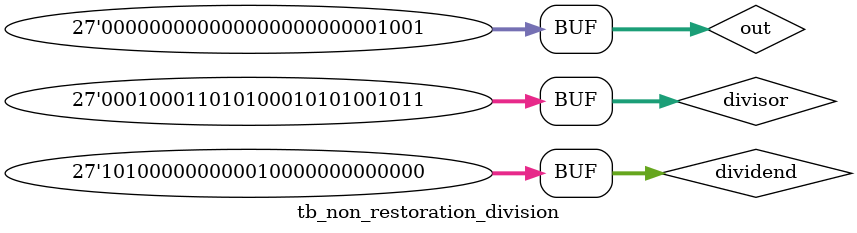
<source format=v>
module non_restoration_division (dividend, divisor, result);
input [26:0] dividend;
input [26:0] divisor;
output [26:0] result;

wire [27:0] A [27:0];
wire [26:0] Q [27:0]; 
wire [27:0] B = {divisor[26], divisor};
wire [27:0] B_2s;

assign A[0] = 28'b0;
assign Q[0] = dividend;

complement_2s C2S (.comp_2s(B_2s), .in1(divisor));

generate
	genvar i;
	for (i = 0; i <= 26; i = i+1) begin
		iterations IT (.Q_out(Q[i+1]), .A_out(A[i+1]), .Q_in(Q[i]), .A_in(A[i]), .B(B), .B_2s(B_2s));
	end
endgenerate

assign result = Q[27];
endmodule

module iterations (Q_out, A_out, Q_in, A_in, B, B_2s);
input [27:0] A_in;
input [26:0] Q_in;
input [27:0] B;
input [27:0] B_2s;
output [27:0] A_out;
output [26:0] Q_out;

wire [27:0] b;

assign b = (A_in[26] == 1'b1) ? B : B_2s;

RCA_no_cout RCANC11 (.sum(A_out), .a({A_in[26:0], Q_in[26]}), .b(b));

assign Q_out = (A_out[27] == 1'b1) ? {Q_in[25:0], 1'b0} : {Q_in[25:0], 1'b1};

endmodule

module complement_2s (comp_2s, in1);
input [26:0] in1;
output [27:0] comp_2s;

wire [26:0] comp_1s;
wire [26:0] temp;
assign comp_1s = ~(in1);

RCA_no_cout #(.N(26)) RCANC21 (.sum(temp), .a(comp_1s), .b(27'd1));

assign comp_2s = {temp[26], temp};
endmodule

module RCA #(parameter N = 26) (sum, a, b);
input [N:0] a;
input [N:0] b;
output [(N+1):0] sum;

wire cout[N:0];

half_adder HA11 (.sum(sum[0]), .cout(cout[0]), .a(a[0]), .b(b[0]));

generate
	genvar i;
	for (i = 1; i <= N; i = i+1) begin
		full_adder FA11 (.sum(sum[i]), .cout(cout[i]), .a(a[i]), .b(b[i]), .cin(cout[i-1]));
	end
endgenerate

buf b1 (sum[N+1], cout[N]);
endmodule

module RCA_no_cout #(parameter N = 27) (sum, a, b);
input [N:0] a;
input [N:0] b;
output [N:0] sum;

wire cout[N:0];

half_adder HA11 (.sum(sum[0]), .cout(cout[0]), .a(a[0]), .b(b[0]));

generate
	genvar i;
	for (i = 1; i <= N; i = i+1) begin
		full_adder FA11 (.sum(sum[i]), .cout(cout[i]), .a(a[i]), .b(b[i]), .cin(cout[i-1]));
	end
endgenerate

endmodule

// Full Adder
module full_adder (sum, cout, a, b, cin);
input a, b, cin;
output sum, cout;

wire t1, t2, t3;

xor X1 (sum, a, b, cin);
and A1 (t1, a, b);
and A2 (t2, b, cin);
and A3 (t3, cin, a);

or O1 (cout, t1, t2, t3);
endmodule

//Half Adder
module half_adder (sum, cout, a, b);
input a, b;
output sum, cout;

xor X1 (sum, a, b);
and A1 (cout, a, b);
endmodule


//Testbench
module tb_non_restoration_division();
reg [26:0] dividend;
reg [26:0] divisor;
wire [26:0] result;

reg [26:0] out;

non_restoration_division uut(.result(result), .dividend(dividend), .divisor(divisor));

initial
begin

$monitor("dividend = %b	divisor = %b	result = %b	ans= %b", dividend, divisor, result, out);

dividend = 27'b101000;
divisor = 27'b1000;
#10
dividend = 27'b1010101001000101001000;
divisor = 27'b11010010101001010101000;
#10
dividend = 27'b111111111111111111111111000;
divisor = 27'b010101010000;
#10
dividend = 27'b010001010101010101001000000;
divisor = 27'b110101010101001010101010000;
#10
dividend = 27'b1011110101001000;
divisor = 27'b101010010000100001000011000;
#10
dividend = 27'b10110100101001001000;
divisor = 27'b11101010001001001001001000;
#10
dividend = 27'b1011110100101000010001000;
divisor = 27'b1101001010001000;	

#10
dividend = 27'b101000000000010000000000000;
divisor = 27'b000100011010100010101001011;

end

always@(*)
begin
out = dividend/divisor;
end

endmodule

</source>
